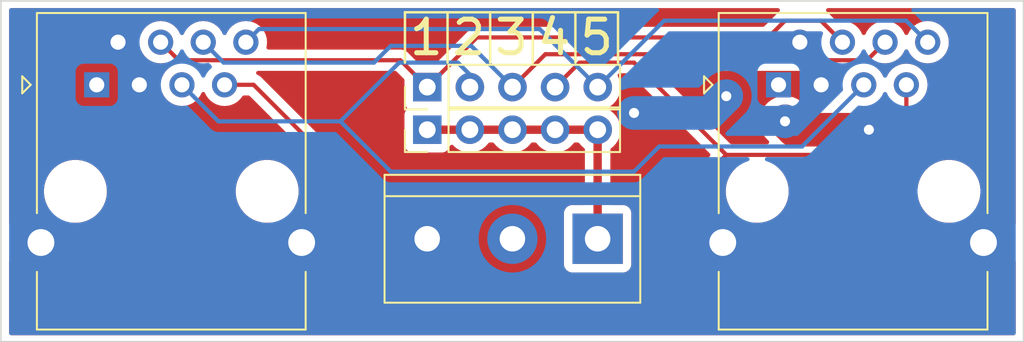
<source format=kicad_pcb>
(kicad_pcb (version 20240108) (generator "pcbnew") (generator_version "8.0")
  (layers (0 "F.Cu" signal) (31 "B.Cu" signal) (34 "B.Paste" user) (35 "F.Paste" user) (36 "B.SilkS" user "B.Silkscreen") (37 "F.SilkS" user "F.Silkscreen") (38 "B.Mask" user) (39 "F.Mask" user) (44 "Edge.Cuts" user))
  (net 0 "")
  (net 1 "Net-(J2-Pin_5)")
  (net 2 "Net-(J2-Pin_4)")
  (net 3 "Net-(J2-Pin_2)")
  (net 4 "GND")
  (net 5 "Net-(J2-Pin_3)")
  (net 6 "+5V")
  (net 7 "Net-(J2-Pin_1)")
  (net 8 "Net-(J4-Pin_1)")
  (footprint "Connector_PinHeader_2.54mm:PinHeader_1x05_P2.54mm_Vertical" (layer "F.Cu") (at 121.175 72.96 90)
    (property "Reference" "J2" (hide yes))
    (property "Value" "Conn_01x05_Pin" (hide yes))
    (fp_line (start -1.33 -1.33) (end 0 -1.33) (stroke (width 0.12)) (layer "F.SilkS"))
    (fp_line (start -1.33 0) (end -1.33 -1.33) (stroke (width 0.12)) (layer "F.SilkS"))
    (fp_line (start 1.33 1.27) (end 1.33 11.49) (stroke (width 0.12)) (layer "F.SilkS"))
    (fp_line (start -1.33 1.27) (end 1.33 1.27) (stroke (width 0.12)) (layer "F.SilkS"))
    (fp_line (start -1.33 1.27) (end -1.33 11.49) (stroke (width 0.12)) (layer "F.SilkS"))
    (fp_line (start -1.33 11.49) (end 1.33 11.49) (stroke (width 0.12)) (layer "F.SilkS"))
    (pad "1" thru_hole rect (at 0 0 90) (size 1.7 1.7) (drill 1) (layers "*.Cu" "*.Mask") (net 7 "Net-(J2-Pin_1)"))
    (pad "2" thru_hole oval (at 0 2.54 90) (size 1.7 1.7) (drill 1) (layers "*.Cu" "*.Mask") (net 3 "Net-(J2-Pin_2)"))
    (pad "3" thru_hole oval (at 0 5.08 90) (size 1.7 1.7) (drill 1) (layers "*.Cu" "*.Mask") (net 5 "Net-(J2-Pin_3)"))
    (pad "4" thru_hole oval (at 0 7.62 90) (size 1.7 1.7) (drill 1) (layers "*.Cu" "*.Mask") (net 2 "Net-(J2-Pin_4)"))
    (pad "5" thru_hole oval (at 0 10.16 90) (size 1.7 1.7) (drill 1) (layers "*.Cu" "*.Mask") (net 1 "Net-(J2-Pin_5)"))
  )
  (footprint "Connector_RJ:RJ45_Ninigi_GE" (layer "F.Cu") (at 142.113 72.823)
    (property "Reference" "J3" (hide yes))
    (property "Value" "RJ45_Shielded" (hide yes))
    (fp_line (start -4.441 -0.508) (end -4.441 0.508) (stroke (width 0.12)) (layer "F.SilkS"))
    (fp_line (start -4.441 0.508) (end -3.933 0) (stroke (width 0.12)) (layer "F.SilkS"))
    (fp_line (start -3.933 0) (end -4.441 -0.508) (stroke (width 0.12)) (layer "F.SilkS"))
    (fp_line (start -3.565 -4.28) (end -3.565 7.65) (stroke (width 0.12)) (layer "F.SilkS"))
    (fp_line (start -3.565 11.15) (end -3.565 14.59) (stroke (width 0.12)) (layer "F.SilkS"))
    (fp_line (start 12.455 -4.28) (end -3.565 -4.28) (stroke (width 0.12)) (layer "F.SilkS"))
    (fp_line (start 12.455 -4.28) (end 12.455 7.65) (stroke (width 0.12)) (layer "F.SilkS"))
    (fp_line (start 12.455 11.15) (end 12.455 14.59) (stroke (width 0.12)) (layer "F.SilkS"))
    (fp_line (start 12.455 14.59) (end -3.565 14.59) (stroke (width 0.12)) (layer "F.SilkS"))
    (pad "" np_thru_hole circle (at -1.27 6.35) (size 3.25 3.25) (drill 3.25) (layers "*.Cu" "*.Mask"))
    (pad "" np_thru_hole circle (at 10.16 6.35 180) (size 3.25 3.25) (drill 3.25) (layers "*.Cu" "*.Mask"))
    (pad "1" thru_hole rect (at 0 0 180) (size 1.5 1.5) (drill 0.9) (layers "*.Cu" "*.Mask") (net 6 "+5V"))
    (pad "2" thru_hole circle (at 1.27 -2.54 180) (size 1.5 1.5) (drill 0.9) (layers "*.Cu" "*.Mask") (net 4 "GND"))
    (pad "3" thru_hole circle (at 2.54 0 180) (size 1.5 1.5) (drill 0.9) (layers "*.Cu" "*.Mask") (net 4 "GND"))
    (pad "4" thru_hole circle (at 3.81 -2.54 180) (size 1.5 1.5) (drill 0.9) (layers "*.Cu" "*.Mask") (net 7 "Net-(J2-Pin_1)"))
    (pad "5" thru_hole circle (at 5.08 0 180) (size 1.5 1.5) (drill 0.9) (layers "*.Cu" "*.Mask") (net 3 "Net-(J2-Pin_2)"))
    (pad "6" thru_hole circle (at 6.35 -2.54 180) (size 1.5 1.5) (drill 0.9) (layers "*.Cu" "*.Mask") (net 5 "Net-(J2-Pin_3)"))
    (pad "7" thru_hole circle (at 7.62 0 180) (size 1.5 1.5) (drill 0.9) (layers "*.Cu" "*.Mask") (net 2 "Net-(J2-Pin_4)"))
    (pad "8" thru_hole circle (at 8.89 -2.54 180) (size 1.5 1.5) (drill 0.9) (layers "*.Cu" "*.Mask") (net 1 "Net-(J2-Pin_5)"))
    (pad "SH" thru_hole circle (at -3.325 9.4) (size 3 3) (drill 1.6) (layers "*.Cu" "*.Mask") (net 4 "GND"))
    (pad "SH" thru_hole circle (at 12.215 9.4 180) (size 3 3) (drill 1.6) (layers "*.Cu" "*.Mask") (net 4 "GND"))
  )
  (footprint "Connector_RJ:RJ45_Ninigi_GE" (layer "F.Cu") (at 101.473 72.823)
    (property "Reference" "J1" (hide yes))
    (property "Value" "RJ45_Shielded" (hide yes))
    (fp_line (start -4.441 -0.508) (end -4.441 0.508) (stroke (width 0.12)) (layer "F.SilkS"))
    (fp_line (start -4.441 0.508) (end -3.933 0) (stroke (width 0.12)) (layer "F.SilkS"))
    (fp_line (start -3.933 0) (end -4.441 -0.508) (stroke (width 0.12)) (layer "F.SilkS"))
    (fp_line (start -3.565 -4.28) (end -3.565 7.65) (stroke (width 0.12)) (layer "F.SilkS"))
    (fp_line (start -3.565 11.15) (end -3.565 14.59) (stroke (width 0.12)) (layer "F.SilkS"))
    (fp_line (start 12.455 -4.28) (end -3.565 -4.28) (stroke (width 0.12)) (layer "F.SilkS"))
    (fp_line (start 12.455 -4.28) (end 12.455 7.65) (stroke (width 0.12)) (layer "F.SilkS"))
    (fp_line (start 12.455 11.15) (end 12.455 14.59) (stroke (width 0.12)) (layer "F.SilkS"))
    (fp_line (start 12.455 14.59) (end -3.565 14.59) (stroke (width 0.12)) (layer "F.SilkS"))
    (pad "" np_thru_hole circle (at -1.27 6.35) (size 3.25 3.25) (drill 3.25) (layers "*.Cu" "*.Mask"))
    (pad "" np_thru_hole circle (at 10.16 6.35 180) (size 3.25 3.25) (drill 3.25) (layers "*.Cu" "*.Mask"))
    (pad "1" thru_hole rect (at 0 0 180) (size 1.5 1.5) (drill 0.9) (layers "*.Cu" "*.Mask") (net 6 "+5V"))
    (pad "2" thru_hole circle (at 1.27 -2.54 180) (size 1.5 1.5) (drill 0.9) (layers "*.Cu" "*.Mask") (net 4 "GND"))
    (pad "3" thru_hole circle (at 2.54 0 180) (size 1.5 1.5) (drill 0.9) (layers "*.Cu" "*.Mask") (net 4 "GND"))
    (pad "4" thru_hole circle (at 3.81 -2.54 180) (size 1.5 1.5) (drill 0.9) (layers "*.Cu" "*.Mask") (net 7 "Net-(J2-Pin_1)"))
    (pad "5" thru_hole circle (at 5.08 0 180) (size 1.5 1.5) (drill 0.9) (layers "*.Cu" "*.Mask") (net 3 "Net-(J2-Pin_2)"))
    (pad "6" thru_hole circle (at 6.35 -2.54 180) (size 1.5 1.5) (drill 0.9) (layers "*.Cu" "*.Mask") (net 5 "Net-(J2-Pin_3)"))
    (pad "7" thru_hole circle (at 7.62 0 180) (size 1.5 1.5) (drill 0.9) (layers "*.Cu" "*.Mask") (net 2 "Net-(J2-Pin_4)"))
    (pad "8" thru_hole circle (at 8.89 -2.54 180) (size 1.5 1.5) (drill 0.9) (layers "*.Cu" "*.Mask") (net 1 "Net-(J2-Pin_5)"))
    (pad "SH" thru_hole circle (at -3.325 9.4) (size 3 3) (drill 1.6) (layers "*.Cu" "*.Mask") (net 4 "GND"))
    (pad "SH" thru_hole circle (at 12.215 9.4 180) (size 3 3) (drill 1.6) (layers "*.Cu" "*.Mask") (net 4 "GND"))
  )
  (footprint "TerminalBlock:TerminalBlock_bornier-3_P5.08mm" (layer "F.Cu") (at 131.33 82 180)
    (property "Reference" "J5" (hide yes))
    (property "Value" "Conn_01x03_Pin" (hide yes))
    (fp_line (start 12.7 3.81) (end 12.7 -3.81) (stroke (width 0.12)) (layer "F.SilkS"))
    (fp_line (start -2.54 3.81) (end 12.7 3.81) (stroke (width 0.12)) (layer "F.SilkS"))
    (fp_line (start -2.54 3.81) (end -2.54 -3.81) (stroke (width 0.12)) (layer "F.SilkS"))
    (fp_line (start -2.54 2.54) (end 12.7 2.54) (stroke (width 0.12)) (layer "F.SilkS"))
    (fp_line (start -2.54 -3.81) (end 12.7 -3.81) (stroke (width 0.12)) (layer "F.SilkS"))
    (pad "1" thru_hole rect (at 0 0 180) (size 3 3) (drill 1.52) (layers "*.Cu" "*.Mask") (net 8 "Net-(J4-Pin_1)"))
    (pad "2" thru_hole circle (at 5.08 0 180) (size 3 3) (drill 1.52) (layers "*.Cu" "*.Mask") (net 6 "+5V"))
    (pad "3" thru_hole circle (at 10.16 0 180) (size 3 3) (drill 1.52) (layers "*.Cu" "*.Mask") (net 4 "GND"))
  )
  (footprint "Connector_PinHeader_2.54mm:PinHeader_1x05_P2.54mm_Vertical" (layer "F.Cu") (at 121.175 75.5 90)
    (property "Reference" "J4" (hide yes))
    (property "Value" "Conn_01x05_Pin" (hide yes))
    (fp_line (start -1.33 -1.33) (end 0 -1.33) (stroke (width 0.12)) (layer "F.SilkS"))
    (fp_line (start -1.33 0) (end -1.33 -1.33) (stroke (width 0.12)) (layer "F.SilkS"))
    (fp_line (start 1.33 1.27) (end 1.33 11.49) (stroke (width 0.12)) (layer "F.SilkS"))
    (fp_line (start -1.33 1.27) (end 1.33 1.27) (stroke (width 0.12)) (layer "F.SilkS"))
    (fp_line (start -1.33 1.27) (end -1.33 11.49) (stroke (width 0.12)) (layer "F.SilkS"))
    (fp_line (start -1.33 11.49) (end 1.33 11.49) (stroke (width 0.12)) (layer "F.SilkS"))
    (pad "1" thru_hole rect (at 0 0 90) (size 1.7 1.7) (drill 1) (layers "*.Cu" "*.Mask") (net 8 "Net-(J4-Pin_1)"))
    (pad "2" thru_hole oval (at 0 2.54 90) (size 1.7 1.7) (drill 1) (layers "*.Cu" "*.Mask") (net 8 "Net-(J4-Pin_1)"))
    (pad "3" thru_hole oval (at 0 5.08 90) (size 1.7 1.7) (drill 1) (layers "*.Cu" "*.Mask") (net 8 "Net-(J4-Pin_1)"))
    (pad "4" thru_hole oval (at 0 7.62 90) (size 1.7 1.7) (drill 1) (layers "*.Cu" "*.Mask") (net 8 "Net-(J4-Pin_1)"))
    (pad "5" thru_hole oval (at 0 10.16 90) (size 1.7 1.7) (drill 1) (layers "*.Cu" "*.Mask") (net 8 "Net-(J4-Pin_1)"))
  )
  (gr_line (start 122.385 68.5) (end 124.925 68.5) (stroke (width 0.15)) (layer "F.SilkS"))
  (gr_line (start 127.465 71.5) (end 127.465 68.5) (stroke (width 0.15)) (layer "F.SilkS"))
  (gr_line (start 127.465 68.5) (end 130.005 68.5) (stroke (width 0.15)) (layer "F.SilkS"))
  (gr_line (start 119.845 71.5) (end 119.845 68.5) (stroke (width 0.15)) (layer "F.SilkS"))
  (gr_line (start 130.005 68.5) (end 132.545 68.5) (stroke (width 0.15)) (layer "F.SilkS"))
  (gr_line (start 119.845 68.5) (end 122.385 68.5) (stroke (width 0.15)) (layer "F.SilkS"))
  (gr_line (start 132.545 71.5) (end 132.545 68.5) (stroke (width 0.15)) (layer "F.SilkS"))
  (gr_line (start 130.005 71.5) (end 130.005 68.5) (stroke (width 0.15)) (layer "F.SilkS"))
  (gr_line (start 124.925 68.5) (end 127.465 68.5) (stroke (width 0.15)) (layer "F.SilkS"))
  (gr_line (start 122.385 71.5) (end 122.385 68.5) (stroke (width 0.15)) (layer "F.SilkS"))
  (gr_line (start 124.925 71.5) (end 124.925 68.5) (stroke (width 0.15)) (layer "F.SilkS"))
  (gr_line (start 156.718 67.818) (end 156.718 88.138) (stroke (width 0.1)) (layer "Edge.Cuts"))
  (gr_line (start 156.718 88.138) (end 95.758 88.138) (stroke (width 0.1)) (layer "Edge.Cuts"))
  (gr_line (start 95.758 67.818) (end 156.718 67.818) (stroke (width 0.1)) (layer "Edge.Cuts"))
  (gr_line (start 95.758 88.138) (end 95.758 67.818) (stroke (width 0.1)) (layer "Edge.Cuts"))
  (gr_text "4" (at 128.735 70 0) (layer "F.SilkS") (effects (font (size 2 2) (thickness 0.3))))
  (gr_text "3" (at 126.195 70 0) (layer "F.SilkS") (effects (font (size 2 2) (thickness 0.3))))
  (gr_text "2" (at 123.655 70 0) (layer "F.SilkS") (effects (font (size 2 2) (thickness 0.3))))
  (gr_text "1" (at 121.115 70 0) (layer "F.SilkS") (effects (font (size 2 2) (thickness 0.3))))
  (gr_text "5" (at 131.275 70 0) (layer "F.SilkS") (effects (font (size 2 2) (thickness 0.3))))
  (segment (start 127.875 69.5) (end 111.146 69.5) (width 0.25) (layer "B.Cu") (net 1))
  (segment (start 149.72 69) (end 135.295 69) (width 0.25) (layer "B.Cu") (net 1))
  (segment (start 111.146 69.5) (end 110.363 70.283) (width 0.25) (layer "B.Cu") (net 1))
  (segment (start 135.295 69) (end 131.335 72.96) (width 0.25) (layer "B.Cu") (net 1))
  (segment (start 131.335 72.96) (end 127.875 69.5) (width 0.25) (layer "B.Cu") (net 1))
  (segment (start 151.003 70.283) (end 149.72 69) (width 0.25) (layer "B.Cu") (net 1))
  (segment (start 118.5 80.5) (end 110.823 72.823) (width 0.25) (layer "F.Cu") (net 2))
  (segment (start 110.823 72.823) (end 109.093 72.823) (width 0.25) (layer "F.Cu") (net 2))
  (segment (start 139 77) (end 149 77) (width 0.25) (layer "F.Cu") (net 2))
  (segment (start 135 81) (end 135 83.5) (width 0.25) (layer "F.Cu") (net 2))
  (segment (start 133.5 85) (end 119.5 85) (width 0.25) (layer "F.Cu") (net 2))
  (segment (start 128.795 72.96) (end 130.255 71.5) (width 0.25) (layer "F.Cu") (net 2))
  (segment (start 149 77) (end 149.733 76.267) (width 0.25) (layer "F.Cu") (net 2))
  (segment (start 149.733 76.267) (end 149.733 72.823) (width 0.25) (layer "F.Cu") (net 2))
  (segment (start 133.5 71.5) (end 139 77) (width 0.25) (layer "F.Cu") (net 2))
  (segment (start 118.5 84) (end 118.5 80.5) (width 0.25) (layer "F.Cu") (net 2))
  (segment (start 135 83.5) (end 133.5 85) (width 0.25) (layer "F.Cu") (net 2))
  (segment (start 139 77) (end 135 81) (width 0.25) (layer "F.Cu") (net 2))
  (segment (start 130.255 71.5) (end 133.5 71.5) (width 0.25) (layer "F.Cu") (net 2))
  (segment (start 119.5 85) (end 118.5 84) (width 0.25) (layer "F.Cu") (net 2))
  (segment (start 123.715 72.215) (end 123 71.5) (width 0.25) (layer "B.Cu") (net 3))
  (segment (start 123 71.5) (end 119.5 71.5) (width 0.25) (layer "B.Cu") (net 3))
  (segment (start 135 76.5) (end 133.5 78) (width 0.25) (layer "B.Cu") (net 3))
  (segment (start 123.715 72.96) (end 123.715 72.215) (width 0.25) (layer "B.Cu") (net 3))
  (segment (start 147.193 72.823) (end 143.516 76.5) (width 0.25) (layer "B.Cu") (net 3))
  (segment (start 108.73 75) (end 106.553 72.823) (width 0.25) (layer "B.Cu") (net 3))
  (segment (start 143.516 76.5) (end 135 76.5) (width 0.25) (layer "B.Cu") (net 3))
  (segment (start 119.5 71.5) (end 116 75) (width 0.25) (layer "B.Cu") (net 3))
  (segment (start 119 78) (end 116 75) (width 0.25) (layer "B.Cu") (net 3))
  (segment (start 133.5 78) (end 119 78) (width 0.25) (layer "B.Cu") (net 3))
  (segment (start 116 75) (end 108.73 75) (width 0.25) (layer "B.Cu") (net 3))
  (segment (start 147.5 75.5) (end 143 75.5) (width 2) (layer "F.Cu") (net 4))
  (segment (start 143 75.5) (end 142.5 75) (width 2) (layer "F.Cu") (net 4))
  (via (at 147.5 75.5) (size 2) (drill 0.6) (layers "F.Cu" "B.Cu") (net 4))
  (via (at 142.5 75) (size 2) (drill 0.6) (layers "F.Cu" "B.Cu") (net 4))
  (segment (start 134.5 71) (end 128.215 71) (width 0.25) (layer "F.Cu") (net 5))
  (segment (start 147.388 71.358) (end 134.858 71.358) (width 0.25) (layer "F.Cu") (net 5))
  (segment (start 148.463 70.283) (end 147.388 71.358) (width 0.25) (layer "F.Cu") (net 5))
  (segment (start 128.215 71) (end 126.255 72.96) (width 0.25) (layer "F.Cu") (net 5))
  (segment (start 134.858 71.358) (end 134.5 71) (width 0.25) (layer "F.Cu") (net 5))
  (segment (start 123.795 70.5) (end 126.255 72.96) (width 0.25) (layer "B.Cu") (net 5))
  (segment (start 118 71.5) (end 119 70.5) (width 0.25) (layer "B.Cu") (net 5))
  (segment (start 107.823 70.283) (end 109.04 71.5) (width 0.25) (layer "B.Cu") (net 5))
  (segment (start 109.04 71.5) (end 118 71.5) (width 0.25) (layer "B.Cu") (net 5))
  (segment (start 119 70.5) (end 123.795 70.5) (width 0.25) (layer "B.Cu") (net 5))
  (via (at 133.5 74.5) (size 2) (drill 0.6) (layers "F.Cu" "B.Cu") (net 6))
  (via (at 139 73.5) (size 2) (drill 0.6) (layers "F.Cu" "B.Cu") (net 6))
  (segment (start 133.5 74.5) (end 138 74.5) (width 2) (layer "B.Cu") (net 6))
  (segment (start 138 74.5) (end 139 73.5) (width 2) (layer "B.Cu") (net 6))
  (segment (start 141.5 70) (end 124.135 70) (width 0.25) (layer "F.Cu") (net 7))
  (segment (start 144.64 69) (end 142.5 69) (width 0.25) (layer "F.Cu") (net 7))
  (segment (start 121.175 72.96) (end 119.573 71.358) (width 0.25) (layer "F.Cu") (net 7))
  (segment (start 124.135 70) (end 121.175 72.96) (width 0.25) (layer "F.Cu") (net 7))
  (segment (start 142.5 69) (end 141.5 70) (width 0.25) (layer "F.Cu") (net 7))
  (segment (start 145.923 70.283) (end 144.64 69) (width 0.25) (layer "F.Cu") (net 7))
  (segment (start 106.358 71.358) (end 105.283 70.283) (width 0.25) (layer "F.Cu") (net 7))
  (segment (start 119.573 71.358) (end 106.358 71.358) (width 0.25) (layer "F.Cu") (net 7))
  (segment (start 126.255 75.5) (end 128.795 75.5) (width 0.5) (layer "F.Cu") (net 8))
  (segment (start 131.33 82) (end 131.33 75.505) (width 0.5) (layer "F.Cu") (net 8))
  (segment (start 128.795 75.5) (end 131.335 75.5) (width 0.5) (layer "F.Cu") (net 8))
  (segment (start 121.175 75.5) (end 123.715 75.5) (width 0.5) (layer "F.Cu") (net 8))
  (segment (start 123.715 75.5) (end 126.255 75.5) (width 0.5) (layer "F.Cu") (net 8))
  (segment (start 131.33 75.505) (end 131.335 75.5) (width 0.5) (layer "F.Cu") (net 8))
  (zone (net 6) (net_name "+5V") (layer "F.Cu") (connect_pads yes (clearance 0.508)) (min_thickness 0.25) (fill yes (thermal_gap 0.5) (thermal_bridge_width 0.5))
    (polygon (pts (xy 96.25 68.25) (xy 96.25 87.75) (xy 156.25 87.75) (xy 156.25 68.25)))
  )
  (zone (net 4) (net_name "GND") (layer "B.Cu") (priority 1) (connect_pads yes (clearance 0.508)) (min_thickness 0.25) (fill yes (thermal_gap 0.5) (thermal_bridge_width 0.5))
    (polygon (pts (xy 96.25 68.25) (xy 96.25 87.75) (xy 156.25 87.75) (xy 156.25 68.25)))
  )
)
</source>
